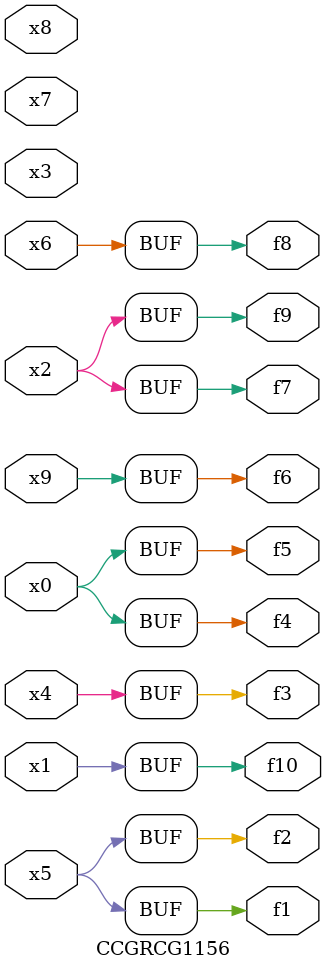
<source format=v>
module CCGRCG1156(
	input x0, x1, x2, x3, x4, x5, x6, x7, x8, x9,
	output f1, f2, f3, f4, f5, f6, f7, f8, f9, f10
);
	assign f1 = x5;
	assign f2 = x5;
	assign f3 = x4;
	assign f4 = x0;
	assign f5 = x0;
	assign f6 = x9;
	assign f7 = x2;
	assign f8 = x6;
	assign f9 = x2;
	assign f10 = x1;
endmodule

</source>
